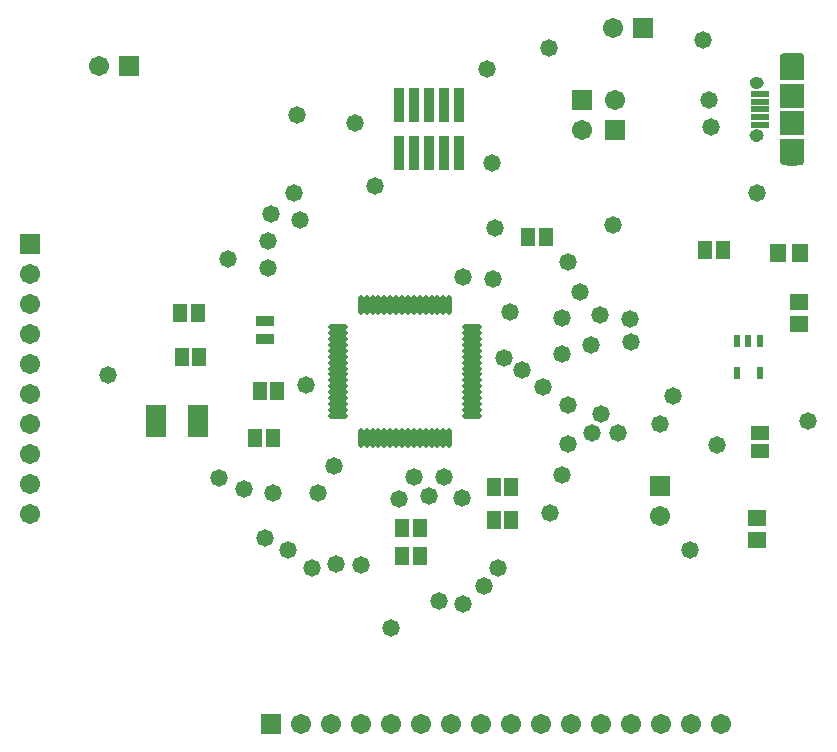
<source format=gts>
G04*
G04 #@! TF.GenerationSoftware,Altium Limited,Altium Designer,20.1.14 (287)*
G04*
G04 Layer_Color=8388736*
%FSLAX44Y44*%
%MOMM*%
G71*
G04*
G04 #@! TF.SameCoordinates,20106440-3F2D-40E8-AC6D-39A368FF7A92*
G04*
G04*
G04 #@! TF.FilePolarity,Negative*
G04*
G01*
G75*
%ADD11C,0.2000*%
%ADD18C,0.3000*%
%ADD29R,0.5080X1.0033*%
%ADD33R,2.1032X1.3782*%
%ADD34R,2.1032X2.0032*%
%ADD35R,1.5532X0.6032*%
G04:AMPARAMS|DCode=36|XSize=1.6932mm|YSize=0.4832mm|CornerRadius=0.1716mm|HoleSize=0mm|Usage=FLASHONLY|Rotation=270.000|XOffset=0mm|YOffset=0mm|HoleType=Round|Shape=RoundedRectangle|*
%AMROUNDEDRECTD36*
21,1,1.6932,0.1400,0,0,270.0*
21,1,1.3500,0.4832,0,0,270.0*
1,1,0.3432,-0.0700,-0.6750*
1,1,0.3432,-0.0700,0.6750*
1,1,0.3432,0.0700,0.6750*
1,1,0.3432,0.0700,-0.6750*
%
%ADD36ROUNDEDRECTD36*%
G04:AMPARAMS|DCode=37|XSize=1.6932mm|YSize=0.4832mm|CornerRadius=0.1716mm|HoleSize=0mm|Usage=FLASHONLY|Rotation=180.000|XOffset=0mm|YOffset=0mm|HoleType=Round|Shape=RoundedRectangle|*
%AMROUNDEDRECTD37*
21,1,1.6932,0.1400,0,0,180.0*
21,1,1.3500,0.4832,0,0,180.0*
1,1,0.3432,-0.6750,0.0700*
1,1,0.3432,0.6750,0.0700*
1,1,0.3432,0.6750,-0.0700*
1,1,0.3432,-0.6750,-0.0700*
%
%ADD37ROUNDEDRECTD37*%
%ADD38R,1.6032X0.9532*%
%ADD39R,0.8382X2.8956*%
%ADD40R,1.6032X1.4032*%
%ADD41R,1.4032X1.6032*%
%ADD42R,1.7032X2.7032*%
%ADD43R,1.3032X1.6032*%
%ADD44R,1.6032X1.3032*%
%ADD45R,1.7032X1.7032*%
%ADD46C,1.7032*%
%ADD47R,1.7032X1.7032*%
G04:AMPARAMS|DCode=48|XSize=0.7032mm|YSize=1.3032mm|CornerRadius=0.2266mm|HoleSize=0mm|Usage=FLASHONLY|Rotation=90.000|XOffset=0mm|YOffset=0mm|HoleType=Round|Shape=RoundedRectangle|*
%AMROUNDEDRECTD48*
21,1,0.7032,0.8500,0,0,90.0*
21,1,0.2500,1.3032,0,0,90.0*
1,1,0.4532,0.4250,0.1250*
1,1,0.4532,0.4250,-0.1250*
1,1,0.4532,-0.4250,-0.1250*
1,1,0.4532,-0.4250,0.1250*
%
%ADD48ROUNDEDRECTD48*%
G04:AMPARAMS|DCode=49|XSize=0.9032mm|YSize=1.0032mm|CornerRadius=0.3641mm|HoleSize=0mm|Usage=FLASHONLY|Rotation=90.000|XOffset=0mm|YOffset=0mm|HoleType=Round|Shape=RoundedRectangle|*
%AMROUNDEDRECTD49*
21,1,0.9032,0.2750,0,0,90.0*
21,1,0.1750,1.0032,0,0,90.0*
1,1,0.7282,0.1375,0.0875*
1,1,0.7282,0.1375,-0.0875*
1,1,0.7282,-0.1375,-0.0875*
1,1,0.7282,-0.1375,0.0875*
%
%ADD49ROUNDEDRECTD49*%
%ADD50C,1.4732*%
D11*
X1665660Y1356010D02*
G03*
X1663160Y1358510I-2500J0D01*
G01*
X1649160D02*
G03*
X1646660Y1356010I0J-2500D01*
G01*
X1663160Y1265010D02*
G03*
X1665660Y1267510I0J2500D01*
G01*
X1646660D02*
G03*
X1649160Y1265010I2500J0D01*
G01*
X1620910Y1334010D02*
G03*
X1625160Y1329760I4250J0D01*
G01*
X1627160D02*
G03*
X1631410Y1334010I0J4250D01*
G01*
D02*
G03*
X1627160Y1338260I-4250J0D01*
G01*
X1625160D02*
G03*
X1620910Y1334010I0J-4250D01*
G01*
Y1289510D02*
G03*
X1625160Y1285260I4250J0D01*
G01*
X1627160D02*
G03*
X1631410Y1289510I0J4250D01*
G01*
D02*
G03*
X1627160Y1293760I-4250J0D01*
G01*
X1625160D02*
G03*
X1620910Y1289510I0J-4250D01*
G01*
X1646660Y1348510D02*
X1665660D01*
Y1356010D01*
X1649160Y1358510D02*
X1663160D01*
X1646660Y1348510D02*
Y1356010D01*
Y1275010D02*
X1665660D01*
Y1267510D02*
Y1275010D01*
X1649160Y1265010D02*
X1663160D01*
X1646660Y1267510D02*
Y1275010D01*
X1625160Y1329760D02*
X1627160D01*
X1625160Y1338260D02*
X1627160D01*
X1625160Y1285260D02*
X1627160D01*
X1625160Y1293760D02*
X1627160D01*
D18*
X1652660Y1358010D02*
G03*
X1648160Y1353510I0J-4500D01*
G01*
X1664160D02*
G03*
X1659660Y1358010I-4500J0D01*
G01*
Y1349010D02*
G03*
X1664160Y1353510I0J4500D01*
G01*
X1648160D02*
G03*
X1652660Y1349010I4500J0D01*
G01*
X1648160Y1270010D02*
G03*
X1652660Y1265510I4500J0D01*
G01*
X1659660D02*
G03*
X1664160Y1270010I0J4500D01*
G01*
D02*
G03*
X1659660Y1274510I-4500J0D01*
G01*
X1652660D02*
G03*
X1648160Y1270010I0J-4500D01*
G01*
X1652660Y1358010D02*
X1659660D01*
X1652660Y1349010D02*
X1659660D01*
X1652660Y1265510D02*
X1659660D01*
X1652660Y1274510D02*
X1659660D01*
D29*
X1628750Y1115885D02*
D03*
X1619250D02*
D03*
X1609750D02*
D03*
Y1088835D02*
D03*
X1628750D02*
D03*
D33*
X1656160Y1343627D02*
D03*
Y1279893D02*
D03*
D34*
Y1300260D02*
D03*
Y1323260D02*
D03*
D35*
X1629410Y1298760D02*
D03*
Y1305260D02*
D03*
Y1324760D02*
D03*
Y1318260D02*
D03*
Y1311760D02*
D03*
D36*
X1290920Y1146360D02*
D03*
X1295920D02*
D03*
X1300920D02*
D03*
X1305920D02*
D03*
X1310920D02*
D03*
X1315920D02*
D03*
X1320920D02*
D03*
X1325920D02*
D03*
X1330920D02*
D03*
X1335920D02*
D03*
X1340920D02*
D03*
X1345920D02*
D03*
X1350920D02*
D03*
X1355920D02*
D03*
X1360920D02*
D03*
X1365920D02*
D03*
Y1032960D02*
D03*
X1360920D02*
D03*
X1355920D02*
D03*
X1350920D02*
D03*
X1345920D02*
D03*
X1340920D02*
D03*
X1335920D02*
D03*
X1330920D02*
D03*
X1325920D02*
D03*
X1320920D02*
D03*
X1315920D02*
D03*
X1310920D02*
D03*
X1305920D02*
D03*
X1300920D02*
D03*
X1295920D02*
D03*
X1290920D02*
D03*
D37*
X1385120Y1127160D02*
D03*
Y1122160D02*
D03*
Y1117160D02*
D03*
Y1112160D02*
D03*
Y1107160D02*
D03*
Y1102160D02*
D03*
Y1097160D02*
D03*
Y1092160D02*
D03*
Y1087160D02*
D03*
Y1082160D02*
D03*
Y1077160D02*
D03*
Y1072160D02*
D03*
Y1067160D02*
D03*
Y1062160D02*
D03*
Y1057160D02*
D03*
Y1052160D02*
D03*
X1271720D02*
D03*
Y1057160D02*
D03*
Y1062160D02*
D03*
Y1067160D02*
D03*
Y1072160D02*
D03*
Y1077160D02*
D03*
Y1082160D02*
D03*
Y1087160D02*
D03*
Y1092160D02*
D03*
Y1097160D02*
D03*
Y1102160D02*
D03*
Y1107160D02*
D03*
Y1112160D02*
D03*
Y1117160D02*
D03*
Y1122160D02*
D03*
Y1127160D02*
D03*
D38*
X1210310Y1117600D02*
D03*
Y1132200D02*
D03*
D39*
X1323340Y1275080D02*
D03*
Y1315720D02*
D03*
X1336040Y1275080D02*
D03*
Y1315720D02*
D03*
X1348740Y1275080D02*
D03*
Y1315720D02*
D03*
X1361440Y1275080D02*
D03*
Y1315720D02*
D03*
X1374140Y1275080D02*
D03*
Y1315720D02*
D03*
D40*
X1626870Y947310D02*
D03*
Y965310D02*
D03*
X1662430Y1148300D02*
D03*
Y1130300D02*
D03*
D41*
X1644540Y1189990D02*
D03*
X1662540D02*
D03*
D42*
X1152880Y1047750D02*
D03*
X1117880D02*
D03*
D43*
X1154310Y1102360D02*
D03*
X1139310D02*
D03*
X1153040Y1139190D02*
D03*
X1138040D02*
D03*
X1597540Y1192530D02*
D03*
X1582540D02*
D03*
X1432680Y1203960D02*
D03*
X1447680D02*
D03*
X1403470Y963930D02*
D03*
X1418470D02*
D03*
X1326000Y957580D02*
D03*
X1341000D02*
D03*
X1326000Y933450D02*
D03*
X1341000D02*
D03*
X1205350Y1073150D02*
D03*
X1220350D02*
D03*
X1201540Y1033780D02*
D03*
X1216540D02*
D03*
X1403590Y991870D02*
D03*
X1418590D02*
D03*
D44*
X1629410Y1037470D02*
D03*
Y1022470D02*
D03*
D45*
X1094740Y1348740D02*
D03*
X1530350Y1380490D02*
D03*
X1215390Y791210D02*
D03*
D46*
X1069340Y1348740D02*
D03*
X1010920Y969010D02*
D03*
Y994410D02*
D03*
Y1019810D02*
D03*
Y1045210D02*
D03*
Y1070610D02*
D03*
Y1096010D02*
D03*
Y1121410D02*
D03*
Y1146810D02*
D03*
Y1172210D02*
D03*
X1504950Y1380490D02*
D03*
X1240790Y791210D02*
D03*
X1266190D02*
D03*
X1291590D02*
D03*
X1316990D02*
D03*
X1342390D02*
D03*
X1367790D02*
D03*
X1393190D02*
D03*
X1418590D02*
D03*
X1443990D02*
D03*
X1469390D02*
D03*
X1494790D02*
D03*
X1520190D02*
D03*
X1545590D02*
D03*
X1570990D02*
D03*
X1596390D02*
D03*
X1506220Y1319530D02*
D03*
X1544320Y967740D02*
D03*
X1478280Y1294130D02*
D03*
D47*
X1010920Y1197610D02*
D03*
X1506220Y1294130D02*
D03*
X1544320Y993140D02*
D03*
X1478280Y1319530D02*
D03*
D48*
X1656160Y1353510D02*
D03*
Y1270010D02*
D03*
D49*
X1626160Y1334010D02*
D03*
Y1289510D02*
D03*
D50*
X1316990Y872490D02*
D03*
X1268730Y1009650D02*
D03*
X1244600Y1078230D02*
D03*
X1076960Y1087120D02*
D03*
X1323340Y981710D02*
D03*
X1493520Y1137920D02*
D03*
X1450340Y1363980D02*
D03*
X1403350Y1168400D02*
D03*
X1377950Y1169670D02*
D03*
X1234440Y1240790D02*
D03*
X1215390Y1223010D02*
D03*
X1212850Y1200150D02*
D03*
Y1177290D02*
D03*
X1178560Y1184910D02*
D03*
X1518920Y1134110D02*
D03*
X1555750Y1069340D02*
D03*
X1485900Y1112520D02*
D03*
X1461770Y1135380D02*
D03*
X1544320Y1045210D02*
D03*
X1466850Y1061720D02*
D03*
X1520190Y1115060D02*
D03*
X1461770Y1104900D02*
D03*
X1445260Y1076960D02*
D03*
X1427628Y1091078D02*
D03*
X1412379Y1101229D02*
D03*
X1494790Y1054100D02*
D03*
X1357630Y895350D02*
D03*
X1377950Y892810D02*
D03*
X1395730Y908050D02*
D03*
X1407160Y923290D02*
D03*
X1336040Y1000760D02*
D03*
X1376680Y982980D02*
D03*
X1361440Y1000760D02*
D03*
X1348740Y984250D02*
D03*
X1508760Y1037590D02*
D03*
X1592580Y1027430D02*
D03*
X1581150Y1370330D02*
D03*
X1402080Y1266190D02*
D03*
X1286510Y1300480D02*
D03*
X1210310Y948690D02*
D03*
X1626870Y1240790D02*
D03*
X1569720Y938530D02*
D03*
X1417320Y1140460D02*
D03*
X1504950Y1214120D02*
D03*
X1236980Y1306830D02*
D03*
X1239520Y1217930D02*
D03*
X1451610Y970280D02*
D03*
X1461770Y1002030D02*
D03*
X1466850Y1028700D02*
D03*
X1487170Y1037590D02*
D03*
X1291590Y925830D02*
D03*
X1270000Y927100D02*
D03*
X1249680Y923290D02*
D03*
X1229360Y938530D02*
D03*
X1254760Y986790D02*
D03*
X1216660D02*
D03*
X1192530Y990600D02*
D03*
X1170940Y999490D02*
D03*
X1303020Y1247140D02*
D03*
X1398270Y1346200D02*
D03*
X1477010Y1156970D02*
D03*
X1670050Y1047750D02*
D03*
X1587500Y1296670D02*
D03*
X1586230Y1319530D02*
D03*
X1404620Y1211580D02*
D03*
X1466850Y1182370D02*
D03*
M02*

</source>
